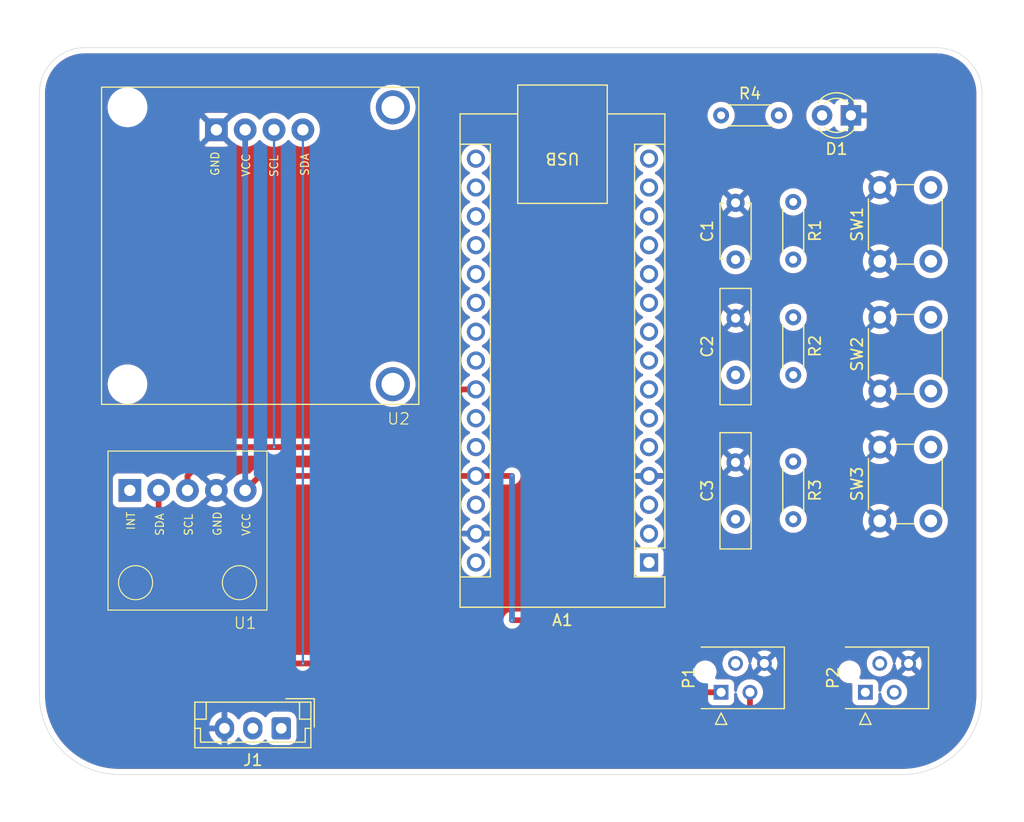
<source format=kicad_pcb>
(kicad_pcb (version 20241229) (generator "pcbnew") (generator_version "9.0")
  (title_block (title "PCB usado en el canal WORKSHOP") (date "2025-06-30") (rev "PCB usado por el tutorial"))
  (layers (0 "F.Cu" signal) (2 "B.Cu" signal) (13 "F.Paste" user) (15 "B.Paste" user) (5 "F.SilkS" user "F.Silkscreen") (7 "B.SilkS" user "B.Silkscreen") (1 "F.Mask" user) (3 "B.Mask" user) (25 "Edge.Cuts" user))
  (net 0 "")
  (net 1 "/SCL")
  (net 4 "GND")
  (net 7 "+5V")
  (net 9 "Net-(A1-D12)")
  (net 12 "Net-(A1-D3)")
  (net 14 "/SDA")
  (net 15 "Net-(A1-D2)")
  (net 27 "Net-(A1-D4)")
  (net 30 "Net-(D1-A)")
  (footprint "spo2_stuff:MAX30102_Module" (layer "F.Cu") (at 66.04 96.52)
    (property "Reference" "U1" (at 5.08 9.144 0) (layer "F.SilkS") (effects (font (thickness 0.1))))
    (property "Value" "MAX30102")
    (fp_line (start -7 -6) (end 7 -6) (stroke (width 0.1)) (layer "F.SilkS"))
    (fp_line (start -7 8) (end -7 -6) (stroke (width 0.1)) (layer "F.SilkS"))
    (fp_line (start 7 -6) (end 7 8) (stroke (width 0.1)) (layer "F.SilkS"))
    (fp_line (start 7 8) (end -7 8) (stroke (width 0.1)) (layer "F.SilkS"))
    (fp_circle (center -4.572 5.588) (end -3.072 5.588) (stroke (width 0.1)) (fill no) (layer "F.SilkS"))
    (fp_circle (center 4.572 5.588) (end 6.072 5.588) (stroke (width 0.1)) (fill no) (layer "F.SilkS"))
    (fp_text user "GND" (at 3.048 1.524 90) (layer "F.SilkS") (effects (font (size 0.7 0.7) (thickness 0.1)) (justify left bottom)))
    (fp_text user "VCC" (at 5.588 1.524 90) (layer "F.SilkS") (effects (font (size 0.7 0.7) (thickness 0.1)) (justify left bottom)))
    (fp_text user "INT" (at -4.572 1.016 90) (layer "F.SilkS") (effects (font (size 0.7 0.7) (thickness 0.1)) (justify left bottom)))
    (fp_text user "SCL" (at 0.508 1.524 90) (layer "F.SilkS") (effects (font (size 0.7 0.7) (thickness 0.1)) (justify left bottom)))
    (fp_text user "SDA" (at -2.032 1.524 90) (layer "F.SilkS") (effects (font (size 0.7 0.7) (thickness 0.1)) (justify left bottom)))
    (pad "1" thru_hole rect (at -5.08 -2.54) (size 2 2) (drill 1) (layers "*.Cu" "*.Mask"))
    (pad "2" thru_hole circle (at -2.54 -2.54) (size 2 2) (drill 1) (layers "*.Cu" "*.Mask") (net 14 "/SDA"))
    (pad "3" thru_hole circle (at 0 -2.54) (size 2 2) (drill 1) (layers "*.Cu" "*.Mask") (net 1 "/SCL"))
    (pad "4" thru_hole circle (at 2.54 -2.54) (size 2 2) (drill 1) (layers "*.Cu" "*.Mask") (net 4 "GND"))
    (pad "5" thru_hole circle (at 5.08 -2.54) (size 2 2) (drill 1) (layers "*.Cu" "*.Mask") (net 7 "+5V"))
  )
  (footprint "Resistor_THT:R_Axial_DIN0204_L3.6mm_D1.6mm_P5.08mm_Horizontal" (layer "F.Cu") (at 119.38 78.74 -90)
    (property "Reference" "R2" (at 2.54 -1.92 90) (layer "F.SilkS"))
    (property "Value" "1k" (hide yes))
    (fp_line (start 0.62 0.92) (end 4.46 0.92) (stroke (width 0.12)) (layer "F.SilkS"))
    (fp_line (start 0.62 -0.92) (end 4.46 -0.92) (stroke (width 0.12)) (layer "F.SilkS"))
    (pad "1" thru_hole circle (at 0 0 270) (size 1.4 1.4) (drill 0.7) (layers "*.Cu" "*.Mask") (net 7 "+5V"))
    (pad "2" thru_hole circle (at 5.08 0 270) (size 1.4 1.4) (drill 0.7) (layers "*.Cu" "*.Mask") (net 12 "Net-(A1-D3)"))
  )
  (footprint "Connector_TE-Connectivity:TE_Micro-MaTch_215079-4_2x02_P1.27mm_Vertical" (layer "F.Cu") (at 113.03 111.76 90)
    (property "Reference" "P1" (at 1.27 -2.85 90) (layer "F.SilkS"))
    (property "Value" "7-215079-4" (hide yes))
    (fp_line (start -1.44 -1.755) (end -1.44 5.565) (stroke (width 0.12)) (layer "F.SilkS"))
    (fp_line (start -2.83 -0.5) (end -1.83 0) (stroke (width 0.12)) (layer "F.SilkS"))
    (fp_line (start -1.83 0) (end -2.83 0.5) (stroke (width 0.12)) (layer "F.SilkS"))
    (fp_line (start -2.83 0.5) (end -2.83 -0.5) (stroke (width 0.12)) (layer "F.SilkS"))
    (fp_line (start 3.98 5.565) (end 3.98 -1.755) (stroke (width 0.12)) (layer "F.SilkS"))
    (fp_line (start -1.44 5.565) (end 3.98 5.565) (stroke (width 0.12)) (layer "F.SilkS"))
    (pad "" np_thru_hole circle (at 1.8 -1.4 90) (size 1.5 1.5) (drill 1.5) (layers "*.Cu" "*.Mask"))
    (pad "1" thru_hole rect (at 0 0 90) (size 1.3 1.3) (drill 0.8) (layers "*.Cu" "*.Mask") (net 7 "+5V"))
    (pad "2" thru_hole circle (at 2.54 1.27 90) (size 1.3 1.3) (drill 0.8) (layers "*.Cu" "*.Mask") (net 1 "/SCL"))
    (pad "3" thru_hole circle (at 0 2.54 90) (size 1.3 1.3) (drill 0.8) (layers "*.Cu" "*.Mask") (net 14 "/SDA"))
    (pad "4" thru_hole circle (at 2.54 3.81 90) (size 1.3 1.3) (drill 0.8) (layers "*.Cu" "*.Mask") (net 4 "GND"))
  )
  (footprint "Resistor_THT:R_Axial_DIN0204_L3.6mm_D1.6mm_P5.08mm_Horizontal" (layer "F.Cu") (at 119.38 91.44 -90)
    (property "Reference" "R3" (at 2.54 -1.92 90) (layer "F.SilkS"))
    (property "Value" "1k" (hide yes))
    (fp_line (start 0.62 0.92) (end 4.46 0.92) (stroke (width 0.12)) (layer "F.SilkS"))
    (fp_line (start 0.62 -0.92) (end 4.46 -0.92) (stroke (width 0.12)) (layer "F.SilkS"))
    (pad "1" thru_hole circle (at 0 0 270) (size 1.4 1.4) (drill 0.7) (layers "*.Cu" "*.Mask") (net 7 "+5V"))
    (pad "2" thru_hole circle (at 5.08 0 270) (size 1.4 1.4) (drill 0.7) (layers "*.Cu" "*.Mask") (net 27 "Net-(A1-D4)"))
  )
  (footprint "Resistor_THT:R_Axial_DIN0204_L3.6mm_D1.6mm_P5.08mm_Horizontal" (layer "F.Cu") (at 113.03 60.96)
    (property "Reference" "R4" (at 2.54 -1.92 0) (layer "F.SilkS"))
    (property "Value" "4.7k" (hide yes))
    (fp_line (start 0.62 -0.92) (end 4.46 -0.92) (stroke (width 0.12)) (layer "F.SilkS"))
    (fp_line (start 0.62 0.92) (end 4.46 0.92) (stroke (width 0.12)) (layer "F.SilkS"))
    (pad "1" thru_hole circle (at 0 0) (size 1.4 1.4) (drill 0.7) (layers "*.Cu" "*.Mask") (net 9 "Net-(A1-D12)"))
    (pad "2" thru_hole circle (at 5.08 0) (size 1.4 1.4) (drill 0.7) (layers "*.Cu" "*.Mask") (net 30 "Net-(D1-A)"))
  )
  (footprint "Resistor_THT:R_Axial_DIN0204_L3.6mm_D1.6mm_P5.08mm_Horizontal" (layer "F.Cu") (at 119.38 68.58 -90)
    (property "Reference" "R1" (at 2.54 -1.92 90) (layer "F.SilkS"))
    (property "Value" "1k" (hide yes))
    (fp_line (start 0.62 0.92) (end 4.46 0.92) (stroke (width 0.12)) (layer "F.SilkS"))
    (fp_line (start 0.62 -0.92) (end 4.46 -0.92) (stroke (width 0.12)) (layer "F.SilkS"))
    (pad "1" thru_hole circle (at 0 0 270) (size 1.4 1.4) (drill 0.7) (layers "*.Cu" "*.Mask") (net 7 "+5V"))
    (pad "2" thru_hole circle (at 5.08 0 270) (size 1.4 1.4) (drill 0.7) (layers "*.Cu" "*.Mask") (net 15 "Net-(A1-D2)"))
  )
  (footprint "Connector_TE-Connectivity:TE_Micro-MaTch_215079-4_2x02_P1.27mm_Vertical" (layer "F.Cu") (at 125.73 111.76 90)
    (property "Reference" "P2" (at 1.27 -2.85 90) (layer "F.SilkS"))
    (property "Value" "7-215079-4" (hide yes))
    (fp_line (start -1.44 -1.755) (end -1.44 5.565) (stroke (width 0.12)) (layer "F.SilkS"))
    (fp_line (start -2.83 -0.5) (end -1.83 0) (stroke (width 0.12)) (layer "F.SilkS"))
    (fp_line (start -1.83 0) (end -2.83 0.5) (stroke (width 0.12)) (layer "F.SilkS"))
    (fp_line (start -2.83 0.5) (end -2.83 -0.5) (stroke (width 0.12)) (layer "F.SilkS"))
    (fp_line (start 3.98 5.565) (end 3.98 -1.755) (stroke (width 0.12)) (layer "F.SilkS"))
    (fp_line (start -1.44 5.565) (end 3.98 5.565) (stroke (width 0.12)) (layer "F.SilkS"))
    (pad "" np_thru_hole circle (at 1.8 -1.4 90) (size 1.5 1.5) (drill 1.5) (layers "*.Cu" "*.Mask"))
    (pad "1" thru_hole rect (at 0 0 90) (size 1.3 1.3) (drill 0.8) (layers "*.Cu" "*.Mask") (net 7 "+5V"))
    (pad "2" thru_hole circle (at 2.54 1.27 90) (size 1.3 1.3) (drill 0.8) (layers "*.Cu" "*.Mask") (net 1 "/SCL"))
    (pad "3" thru_hole circle (at 0 2.54 90) (size 1.3 1.3) (drill 0.8) (layers "*.Cu" "*.Mask") (net 14 "/SDA"))
    (pad "4" thru_hole circle (at 2.54 3.81 90) (size 1.3 1.3) (drill 0.8) (layers "*.Cu" "*.Mask") (net 4 "GND"))
  )
  (footprint "Capacitor_THT:C_Disc_D10.0mm_W2.5mm_P5.00mm" (layer "F.Cu") (at 114.3 83.82 90)
    (property "Reference" "C2" (at 2.5 -2.5 90) (layer "F.SilkS"))
    (property "Value" "100n" (hide yes))
    (fp_line (start 7.62 -1.37) (end 7.62 1.37) (stroke (width 0.12)) (layer "F.SilkS"))
    (fp_line (start -2.62 -1.37) (end 7.62 -1.37) (stroke (width 0.12)) (layer "F.SilkS"))
    (fp_line (start -2.62 -1.37) (end -2.62 1.37) (stroke (width 0.12)) (layer "F.SilkS"))
    (fp_line (start -2.62 1.37) (end 7.62 1.37) (stroke (width 0.12)) (layer "F.SilkS"))
    (pad "1" thru_hole circle (at 0 0 90) (size 1.6 1.6) (drill 0.8) (layers "*.Cu" "*.Mask") (net 12 "Net-(A1-D3)"))
    (pad "2" thru_hole circle (at 5 0 90) (size 1.6 1.6) (drill 0.8) (layers "*.Cu" "*.Mask") (net 4 "GND"))
  )
  (footprint "spo2_stuff:SSD1306" (layer "F.Cu") (at 72.4408 72.4408)
    (property "Reference" "U2" (at 12.192 15.24 0) (layer "F.SilkS") (effects (font (thickness 0.1))))
    (property "Value" "SSD1306")
    (fp_line (start -13.97 -13.97) (end 13.97 -13.97) (stroke (width 0.1)) (layer "F.SilkS"))
    (fp_line (start -13.97 13.97) (end -13.97 -13.97) (stroke (width 0.1)) (layer "F.SilkS"))
    (fp_line (start 13.97 -13.97) (end 13.97 13.97) (stroke (width 0.1)) (layer "F.SilkS"))
    (fp_line (start 13.97 13.97) (end -13.97 13.97) (stroke (width 0.1)) (layer "F.SilkS"))
    (fp_rect (start -13.97 -13.97) (end 13.97 13.97) (stroke (width 0.1)) (fill no) (layer "F.SilkS"))
    (fp_text user "VCC" (at -0.831718 -6.02441 90) (layer "F.SilkS") (effects (font (size 0.7 0.7) (thickness 0.1)) (justify left bottom)))
    (fp_text user "SDA" (at 4.341771 -6.093853 90) (layer "F.SilkS") (effects (font (size 0.7 0.7) (thickness 0.1)) (justify left bottom)))
    (fp_text user "SCL" (at 1.633501 -5.989689 90) (layer "F.SilkS") (effects (font (size 0.7 0.7) (thickness 0.1)) (justify left bottom)))
    (fp_text user "GND" (at -3.556 -6.096 90) (layer "F.SilkS") (effects (font (size 0.7 0.7) (thickness 0.1)) (justify left bottom)))
    (pad "" np_thru_hole rect (at -11.684 -12.192) (size 3 3) (drill 3) (layers "*.Cu" "*.Mask") (padstack (mode front_inner_back) (layer "Inner" (shape circle) (size 3 3)) (layer "B.Cu" (shape circle) (size 3 3))))
    (pad "" np_thru_hole circle (at -11.684 12.192) (size 3 3) (drill 3) (layers "*.Cu" "*.Mask"))
    (pad "" np_thru_hole circle (at 11.684 -12.192) (size 3 3) (drill 2) (layers "*.Cu" "*.Mask"))
    (pad "" np_thru_hole circle (at 11.684 12.192) (size 3 3) (drill 2) (layers "*.Cu" "*.Mask"))
    (pad "1" thru_hole roundrect (at -3.8608 -10.2108) (size 2 2) (drill 1) (layers "*.Cu" "*.Mask") (roundrect_rratio 0.15) (net 4 "GND"))
    (pad "2" thru_hole circle (at -1.3208 -10.2108) (size 2 2) (drill 1) (layers "*.Cu" "*.Mask") (net 7 "+5V"))
    (pad "3" thru_hole circle (at 1.2192 -10.2108) (size 2 2) (drill 1) (layers "*.Cu" "*.Mask") (net 1 "/SCL"))
    (pad "4" thru_hole circle (at 3.7592 -10.2108) (size 2 2) (drill 1) (layers "*.Cu" "*.Mask") (net 14 "/SDA"))
  )
  (footprint "Button_Switch_THT:SW_PUSH_6mm" (layer "F.Cu") (at 127 96.67 90)
    (property "Reference" "SW3" (at 3.25 -2 90) (layer "F.SilkS"))
    (property "Value" "SW_Push" (hide yes))
    (fp_line (start 5.5 -1) (end 1 -1) (stroke (width 0.12)) (layer "F.SilkS"))
    (fp_line (start -0.25 1.5) (end -0.25 3) (stroke (width 0.12)) (layer "F.SilkS"))
    (fp_line (start 6.75 3) (end 6.75 1.5) (stroke (width 0.12)) (layer "F.SilkS"))
    (fp_line (start 1 5.5) (end 5.5 5.5) (stroke (width 0.12)) (layer "F.SilkS"))
    (pad "1" thru_hole circle (at 0 0 180) (size 2 2) (drill 1.1) (layers "*.Cu" "*.Mask") (net 4 "GND"))
    (pad "1" thru_hole circle (at 6.5 0 180) (size 2 2) (drill 1.1) (layers "*.Cu" "*.Mask") (net 4 "GND"))
    (pad "2" thru_hole circle (at 0 4.5 180) (size 2 2) (drill 1.1) (layers "*.Cu" "*.Mask") (net 27 "Net-(A1-D4)"))
    (pad "2" thru_hole circle (at 6.5 4.5 180) (size 2 2) (drill 1.1) (layers "*.Cu" "*.Mask") (net 27 "Net-(A1-D4)"))
  )
  (footprint "Module:Arduino_Nano" (layer "F.Cu") (at 106.68 100.33 180)
    (property "Reference" "A1" (at 7.62 -5.08 0) (layer "F.SilkS"))
    (property "Value" "Arduino_Nano_v3.x")
    (fp_line (start 16.64 39.5) (end 16.64 -3.94) (stroke (width 0.12)) (layer "F.SilkS"))
    (fp_line (start 16.64 39.5) (end 11.56 39.5) (stroke (width 0.12)) (layer "F.SilkS"))
    (fp_line (start 16.64 -3.94) (end -1.4 -3.94) (stroke (width 0.12)) (layer "F.SilkS"))
    (fp_line (start 13.97 36.83) (end 16.64 36.83) (stroke (width 0.12)) (layer "F.SilkS"))
    (fp_line (start 13.97 -1.27) (end 16.64 -1.27) (stroke (width 0.12)) (layer "F.SilkS"))
    (fp_line (start 13.97 -1.27) (end 13.97 36.83) (stroke (width 0.12)) (layer "F.SilkS"))
    (fp_line (start 11.56 42.04) (end 3.68 42.04) (stroke (width 0.12)) (layer "F.SilkS"))
    (fp_line (start 11.56 31.62) (end 11.56 42.04) (stroke (width 0.12)) (layer "F.SilkS"))
    (fp_line (start 3.68 42.04) (end 3.68 31.62) (stroke (width 0.12)) (layer "F.SilkS"))
    (fp_line (start 3.68 31.62) (end 11.56 31.62) (stroke (width 0.12)) (layer "F.SilkS"))
    (fp_line (start 1.27 36.83) (end -1.4 36.83) (stroke (width 0.12)) (layer "F.SilkS"))
    (fp_line (start 1.27 1.27) (end 1.27 36.83) (stroke (width 0.12)) (layer "F.SilkS"))
    (fp_line (start 1.27 1.27) (end 1.27 -1.27) (stroke (width 0.12)) (layer "F.SilkS"))
    (fp_line (start 1.27 1.27) (end -1.4 1.27) (stroke (width 0.12)) (layer "F.SilkS"))
    (fp_line (start 1.27 -1.27) (end -1.4 -1.27) (stroke (width 0.12)) (layer "F.SilkS"))
    (fp_line (start -1.4 39.5) (end 3.68 39.5) (stroke (width 0.12)) (layer "F.SilkS"))
    (fp_line (start -1.4 1.27) (end -1.4 39.5) (stroke (width 0.12)) (layer "F.SilkS"))
    (fp_line (start -1.4 -3.94) (end -1.4 -1.27) (stroke (width 0.12)) (layer "F.SilkS"))
    (fp_text user "USB" (at 7.62 35.56 180) (layer "F.SilkS"))
    (pad "1" thru_hole rect (at 0 0 180) (size 1.6 1.6) (drill 1) (layers "*.Cu" "*.Mask"))
    (pad "2" thru_hole oval (at 0 2.54 180) (size 1.6 1.6) (drill 1) (layers "*.Cu" "*.Mask"))
    (pad "3" thru_hole oval (at 0 5.08 180) (size 1.6 1.6) (drill 1) (layers "*.Cu" "*.Mask"))
    (pad "4" thru_hole oval (at 0 7.62 180) (size 1.6 1.6) (drill 1) (layers "*.Cu" "*.Mask") (net 4 "GND"))
    (pad "5" thru_hole oval (at 0 10.16 180) (size 1.6 1.6) (drill 1) (layers "*.Cu" "*.Mask") (net 15 "Net-(A1-D2)"))
    (pad "6" thru_hole oval (at 0 12.7 180) (size 1.6 1.6) (drill 1) (layers "*.Cu" "*.Mask") (net 12 "Net-(A1-D3)"))
    (pad "7" thru_hole oval (at 0 15.24 180) (size 1.6 1.6) (drill 1) (layers "*.Cu" "*.Mask") (net 27 "Net-(A1-D4)"))
    (pad "8" thru_hole oval (at 0 17.78 180) (size 1.6 1.6) (drill 1) (layers "*.Cu" "*.Mask"))
    (pad "9" thru_hole oval (at 0 20.32 180) (size 1.6 1.6) (drill 1) (layers "*.Cu" "*.Mask"))
    (pad "10" thru_hole oval (at 0 22.86 180) (size 1.6 1.6) (drill 1) (layers "*.Cu" "*.Mask"))
    (pad "11" thru_hole oval (at 0 25.4 180) (size 1.6 1.6) (drill 1) (layers "*.Cu" "*.Mask"))
    (pad "12" thru_hole oval (at 0 27.94 180) (size 1.6 1.6) (drill 1) (layers "*.Cu" "*.Mask"))
    (pad "13" thru_hole oval (at 0 30.48 180) (size 1.6 1.6) (drill 1) (layers "*.Cu" "*.Mask"))
    (pad "14" thru_hole oval (at 0 33.02 180) (size 1.6 1.6) (drill 1) (layers "*.Cu" "*.Mask"))
    (pad "15" thru_hole oval (at 0 35.56 180) (size 1.6 1.6) (drill 1) (layers "*.Cu" "*.Mask") (net 9 "Net-(A1-D12)"))
    (pad "16" thru_hole oval (at 15.24 35.56 180) (size 1.6 1.6) (drill 1) (layers "*.Cu" "*.Mask"))
    (pad "17" thru_hole oval (at 15.24 33.02 180) (size 1.6 1.6) (drill 1) (layers "*.Cu" "*.Mask"))
    (pad "18" thru_hole oval (at 15.24 30.48 180) (size 1.6 1.6) (drill 1) (layers "*.Cu" "*.Mask"))
    (pad "19" thru_hole oval (at 15.24 27.94 180) (size 1.6 1.6) (drill 1) (layers "*.Cu" "*.Mask"))
    (pad "20" thru_hole oval (at 15.24 25.4 180) (size 1.6 1.6) (drill 1) (layers "*.Cu" "*.Mask"))
    (pad "21" thru_hole oval (at 15.24 22.86 180) (size 1.6 1.6) (drill 1) (layers "*.Cu" "*.Mask"))
    (pad "22" thru_hole oval (at 15.24 20.32 180) (size 1.6 1.6) (drill 1) (layers "*.Cu" "*.Mask"))
    (pad "23" thru_hole oval (at 15.24 17.78 180) (size 1.6 1.6) (drill 1) (layers "*.Cu" "*.Mask") (net 14 "/SDA"))
    (pad "24" thru_hole oval (at 15.24 15.24 180) (size 1.6 1.6) (drill 1) (layers "*.Cu" "*.Mask") (net 1 "/SCL"))
    (pad "25" thru_hole oval (at 15.24 12.7 180) (size 1.6 1.6) (drill 1) (layers "*.Cu" "*.Mask"))
    (pad "26" thru_hole oval (at 15.24 10.16 180) (size 1.6 1.6) (drill 1) (layers "*.Cu" "*.Mask"))
    (pad "27" thru_hole oval (at 15.24 7.62 180) (size 1.6 1.6) (drill 1) (layers "*.Cu" "*.Mask") (net 7 "+5V"))
    (pad "28" thru_hole oval (at 15.24 5.08 180) (size 1.6 1.6) (drill 1) (layers "*.Cu" "*.Mask"))
    (pad "29" thru_hole oval (at 15.24 2.54 180) (size 1.6 1.6) (drill 1) (layers "*.Cu" "*.Mask") (net 4 "GND"))
    (pad "30" thru_hole oval (at 15.24 0 180) (size 1.6 1.6) (drill 1) (layers "*.Cu" "*.Mask"))
  )
  (footprint "Capacitor_THT:C_Disc_D10.0mm_W2.5mm_P5.00mm" (layer "F.Cu") (at 114.3 96.52 90)
    (property "Reference" "C3" (at 2.5 -2.5 90) (layer "F.SilkS"))
    (property "Value" "100n" (hide yes))
    (fp_line (start 7.62 -1.37) (end 7.62 1.37) (stroke (width 0.12)) (layer "F.SilkS"))
    (fp_line (start -2.62 -1.37) (end 7.62 -1.37) (stroke (width 0.12)) (layer "F.SilkS"))
    (fp_line (start -2.62 -1.37) (end -2.62 1.37) (stroke (width 0.12)) (layer "F.SilkS"))
    (fp_line (start -2.62 1.37) (end 7.62 1.37) (stroke (width 0.12)) (layer "F.SilkS"))
    (pad "1" thru_hole circle (at 0 0 90) (size 1.6 1.6) (drill 0.8) (layers "*.Cu" "*.Mask") (net 27 "Net-(A1-D4)"))
    (pad "2" thru_hole circle (at 5 0 90) (size 1.6 1.6) (drill 0.8) (layers "*.Cu" "*.Mask") (net 4 "GND"))
  )
  (footprint "Button_Switch_THT:SW_PUSH_6mm" (layer "F.Cu") (at 127 73.81 90)
    (property "Reference" "SW1" (at 3.25 -2 90) (layer "F.SilkS"))
    (property "Value" "SW_Push" (hide yes))
    (fp_line (start 5.5 -1) (end 1 -1) (stroke (width 0.12)) (layer "F.SilkS"))
    (fp_line (start -0.25 1.5) (end -0.25 3) (stroke (width 0.12)) (layer "F.SilkS"))
    (fp_line (start 6.75 3) (end 6.75 1.5) (stroke (width 0.12)) (layer "F.SilkS"))
    (fp_line (start 1 5.5) (end 5.5 5.5) (stroke (width 0.12)) (layer "F.SilkS"))
    (pad "1" thru_hole circle (at 0 0 180) (size 2 2) (drill 1.1) (layers "*.Cu" "*.Mask") (net 4 "GND"))
    (pad "1" thru_hole circle (at 6.5 0 180) (size 2 2) (drill 1.1) (layers "*.Cu" "*.Mask") (net 4 "GND"))
    (pad "2" thru_hole circle (at 0 4.5 180) (size 2 2) (drill 1.1) (layers "*.Cu" "*.Mask") (net 15 "Net-(A1-D2)"))
    (pad "2" thru_hole circle (at 6.5 4.5 180) (size 2 2) (drill 1.1) (layers "*.Cu" "*.Mask") (net 15 "Net-(A1-D2)"))
  )
  (footprint "Connector_JST:JST_EH_B3B-EH-A_1x03_P2.50mm_Vertical" (layer "F.Cu") (at 74.295 114.935 180)
    (property "Reference" "J1" (at 2.5 -2.8 0) (layer "F.SilkS"))
    (property "Value" "Conn_01x03_Pin")
    (fp_line (start 7.61 2.31) (end 7.61 -1.71) (stroke (width 0.12)) (layer "F.SilkS"))
    (fp_line (start 7.61 0.81) (end 6.61 0.81) (stroke (width 0.12)) (layer "F.SilkS"))
    (fp_line (start 7.61 -1.71) (end -2.61 -1.71) (stroke (width 0.12)) (layer "F.SilkS"))
    (fp_line (start 7.11 0) (end 7.61 0) (stroke (width 0.12)) (layer "F.SilkS"))
    (fp_line (start 7.11 -1.21) (end 7.11 0) (stroke (width 0.12)) (layer "F.SilkS"))
    (fp_line (start 6.61 0.81) (end 6.61 2.31) (stroke (width 0.12)) (layer "F.SilkS"))
    (fp_line (start -1.61 0.81) (end -1.61 2.31) (stroke (width 0.12)) (layer "F.SilkS"))
    (fp_line (start -2.11 0) (end -2.11 -1.21) (stroke (width 0.12)) (layer "F.SilkS"))
    (fp_line (start -2.11 -1.21) (end 7.11 -1.21) (stroke (width 0.12)) (layer "F.SilkS"))
    (fp_line (start -2.61 2.31) (end 7.61 2.31) (stroke (width 0.12)) (layer "F.SilkS"))
    (fp_line (start -2.61 0.81) (end -1.61 0.81) (stroke (width 0.12)) (layer "F.SilkS"))
    (fp_line (start -2.61 0) (end -2.11 0) (stroke (width 0.12)) (layer "F.SilkS"))
    (fp_line (start -2.61 -1.71) (end -2.61 2.31) (stroke (width 0.12)) (layer "F.SilkS"))
    (fp_line (start -2.91 2.61) (end -0.41 2.61) (stroke (width 0.12)) (layer "F.SilkS"))
    (fp_line (start -2.91 0.11) (end -2.91 2.61) (stroke (width 0.12)) (layer "F.SilkS"))
    (pad "1" thru_hole roundrect (at 0 0 180) (size 1.7 1.95) (drill 0.95) (layers "*.Cu" "*.Mask") (roundrect_rratio 0.147059) (net 7 "+5V"))
    (pad "2" thru_hole oval (at 2.5 0 180) (size 1.7 1.95) (drill 0.95) (layers "*.Cu" "*.Mask"))
    (pad "3" thru_hole oval (at 5 0 180) (size 1.7 1.95) (drill 0.95) (layers "*.Cu" "*.Mask") (net 4 "GND"))
  )
  (footprint "Capacitor_THT:C_Disc_D4.7mm_W2.5mm_P5.00mm" (layer "F.Cu") (at 114.3 73.66 90)
    (property "Reference" "C1" (at 2.5 -2.5 90) (layer "F.SilkS"))
    (property "Value" "100n" (hide yes))
    (fp_line (start 4.97 -1.37) (end 4.97 -1.04) (stroke (width 0.12)) (layer "F.SilkS"))
    (fp_line (start 0.03 -1.37) (end 4.97 -1.37) (stroke (width 0.12)) (layer "F.SilkS"))
    (fp_line (start 0.03 -1.37) (end 0.03 -1.04) (stroke (width 0.12)) (layer "F.SilkS"))
    (fp_line (start 4.97 1.04) (end 4.97 1.37) (stroke (width 0.12)) (layer "F.SilkS"))
    (fp_line (start 0.03 1.04) (end 0.03 1.37) (stroke (width 0.12)) (layer "F.SilkS"))
    (fp_line (start 0.03 1.37) (end 4.97 1.37) (stroke (width 0.12)) (layer "F.SilkS"))
    (pad "1" thru_hole circle (at 0 0 90) (size 1.6 1.6) (drill 0.8) (layers "*.Cu" "*.Mask") (net 15 "Net-(A1-D2)"))
    (pad "2" thru_hole circle (at 5 0 90) (size 1.6 1.6) (drill 0.8) (layers "*.Cu" "*.Mask") (net 4 "GND"))
  )
  (footprint "Button_Switch_THT:SW_PUSH_6mm" (layer "F.Cu") (at 127 85.24 90)
    (property "Reference" "SW2" (at 3.25 -2 90) (layer "F.SilkS"))
    (property "Value" "SW_Push" (hide yes))
    (fp_line (start 5.5 -1) (end 1 -1) (stroke (width 0.12)) (layer "F.SilkS"))
    (fp_line (start -0.25 1.5) (end -0.25 3) (stroke (width 0.12)) (layer "F.SilkS"))
    (fp_line (start 6.75 3) (end 6.75 1.5) (stroke (width 0.12)) (layer "F.SilkS"))
    (fp_line (start 1 5.5) (end 5.5 5.5) (stroke (width 0.12)) (layer "F.SilkS"))
    (pad "1" thru_hole circle (at 0 0 180) (size 2 2) (drill 1.1) (layers "*.Cu" "*.Mask") (net 4 "GND"))
    (pad "1" thru_hole circle (at 6.5 0 180) (size 2 2) (drill 1.1) (layers "*.Cu" "*.Mask") (net 4 "GND"))
    (pad "2" thru_hole circle (at 0 4.5 180) (size 2 2) (drill 1.1) (layers "*.Cu" "*.Mask") (net 12 "Net-(A1-D3)"))
    (pad "2" thru_hole circle (at 6.5 4.5 180) (size 2 2) (drill 1.1) (layers "*.Cu" "*.Mask") (net 12 "Net-(A1-D3)"))
  )
  (footprint "LED_THT:LED_D3.0mm" (layer "F.Cu") (at 124.46 60.96 180)
    (property "Reference" "D1" (at 1.27 -2.96 0) (layer "F.SilkS"))
    (property "Value" "LED" (hide yes))
    (fp_line (start -0.29 1.08) (end -0.29 1.236) (stroke (width 0.12)) (layer "F.SilkS"))
    (fp_line (start -0.29 -1.236) (end -0.29 -1.08) (stroke (width 0.12)) (layer "F.SilkS"))
    (fp_arc (start 2.941437 1.08) (mid 1.36566 1.987699) (end -0.29 1.235516) (stroke (width 0.12)) (layer "F.SilkS"))
    (fp_arc (start 2.310961 1.08) (mid 1.27 1.5) (end 0.229039 1.08) (stroke (width 0.12)) (layer "F.SilkS"))
    (fp_arc (start 0.229039 -1.08) (mid 1.27 -1.5) (end 2.310961 -1.08) (stroke (width 0.12)) (layer "F.SilkS"))
    (fp_arc (start -0.29 -1.235516) (mid 1.36566 -1.987699) (end 2.941437 -1.08) (stroke (width 0.12)) (layer "F.SilkS"))
    (pad "1" thru_hole rect (at 0 0 180) (size 1.8 1.8) (drill 0.9) (layers "*.Cu" "*.Mask") (net 4 "GND"))
    (pad "2" thru_hole circle (at 2.54 0 180) (size 1.8 1.8) (drill 0.9) (layers "*.Cu" "*.Mask") (net 30 "Net-(D1-A)"))
  )
  (gr_arc (start 132 55) (mid 134.828427 56.171573) (end 136 59) (stroke (width 0.05)) (layer "Edge.Cuts"))
  (gr_arc (start 53 59) (mid 54.171573 56.171573) (end 57 55) (stroke (width 0.05)) (layer "Edge.Cuts"))
  (gr_line (start 53 59) (end 53 112) (stroke (width 0.05)) (layer "Edge.Cuts"))
  (gr_arc (start 60 119) (mid 55.050253 116.949747) (end 53 112) (stroke (width 0.05)) (layer "Edge.Cuts"))
  (gr_line (start 136 59) (end 136 112) (stroke (width 0.05)) (layer "Edge.Cuts"))
  (gr_line (start 57 55) (end 132 55) (stroke (width 0.05)) (layer "Edge.Cuts"))
  (gr_arc (start 136 112) (mid 133.949747 116.949747) (end 129 119) (stroke (width 0.05)) (layer "Edge.Cuts"))
  (gr_line (start 60 119) (end 129 119) (stroke (width 0.05)) (layer "Edge.Cuts"))
  (segment (start 90.17 85.09) (end 85.09 90.17) (width 0.508) (layer "F.Cu") (net 1))
  (segment (start 85.09 90.17) (end 68.58 90.17) (width 0.508) (layer "F.Cu") (net 1))
  (segment (start 68.58 90.17) (end 66.04 92.71) (width 0.508) (layer "F.Cu") (net 1))
  (segment (start 91.44 85.09) (end 90.17 85.09) (width 0.508) (layer "F.Cu") (net 1))
  (segment (start 66.04 92.71) (end 66.04 93.98) (width 0.508) (layer "F.Cu") (net 1))
  (via (at 73.66 90.17) (size 0.3) (drill 0.1) (layers "F.Cu" "B.Cu") (net 1))
  (segment (start 73.66 62.23) (end 73.66 90.17) (width 0.2) (layer "B.Cu") (net 1))
  (segment (start 94.615 105.41) (end 101.6 105.41) (width 0.508) (layer "F.Cu") (net 7))
  (segment (start 101.6 105.41) (end 107.95 111.76) (width 0.508) (layer "F.Cu") (net 7))
  (segment (start 72.39 92.71) (end 71.12 93.98) (width 0.508) (layer "F.Cu") (net 7))
  (segment (start 91.44 92.71) (end 94.615 92.71) (width 0.508) (layer "F.Cu") (net 7))
  (segment (start 107.95 111.76) (end 113.03 111.76) (width 0.508) (layer "F.Cu") (net 7))
  (segment (start 91.44 92.71) (end 72.39 92.71) (width 0.508) (layer "F.Cu") (net 7))
  (via micro (at 94.615 105.41) (size 0.3) (drill 0.1) (layers "F.Cu" "B.Cu") (net 7))
  (via micro (at 94.615 92.71) (size 0.3) (drill 0.1) (layers "F.Cu" "B.Cu") (net 7))
  (segment (start 94.615 105.41) (end 94.615 105.253125) (width 0.508) (layer "B.Cu") (net 7))
  (segment (start 71.12 62.23) (end 71.12 93.98) (width 0.508) (layer "B.Cu") (net 7))
  (segment (start 94.615 92.71) (end 94.615 105.41) (width 0.508) (layer "B.Cu") (net 7))
  (segment (start 66.04 99.06) (end 63.5 96.52) (width 0.508) (layer "F.Cu") (net 14))
  (segment (start 63.5 96.52) (end 63.5 93.98) (width 0.508) (layer "F.Cu") (net 14))
  (segment (start 76.2 109.22) (end 101.6 109.22) (width 0.508) (layer "F.Cu") (net 14))
  (segment (start 66.04 105.41) (end 66.04 99.06) (width 0.508) (layer "F.Cu") (net 14))
  (segment (start 69.85 109.22) (end 66.04 105.41) (width 0.508) (layer "F.Cu") (net 14))
  (segment (start 115.57 113.665) (end 115.57 111.76) (width 0.508) (layer "F.Cu") (net 14))
  (segment (start 114.3 114.935) (end 115.57 113.665) (width 0.508) (layer "F.Cu") (net 14))
  (segment (start 76.2 109.22) (end 69.85 109.22) (width 0.508) (layer "F.Cu") (net 14))
  (segment (start 101.6 109.22) (end 107.315 114.935) (width 0.508) (layer "F.Cu") (net 14))
  (segment (start 107.315 114.935) (end 114.3 114.935) (width 0.508) (layer "F.Cu") (net 14))
  (via micro (at 76.2 109.22) (size 0.3) (drill 0.1) (layers "F.Cu" "B.Cu") (net 14))
  (segment (start 76.2 62.23) (end 76.2 109.22) (width 0.2) (layer "B.Cu") (net 14))
  (zone (net 4) (net_name "GND") (layers "F.Cu" "B.Cu") (connect_pads (clearance 0.5)) (min_thickness 0.25) (fill yes (thermal_gap 0.5) (thermal_bridge_width 0.5))
    (polygon (pts (xy 49.53 50.8) (xy 49.53 123.19) (xy 139.7 123.19) (xy 139.7 50.8)))
  )
)
</source>
